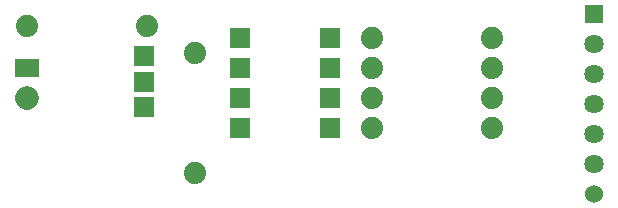
<source format=gbl>
G04 ---------------------------- Layer name :BOTTOM LAYER*
G04 easyEDA 0.1*
G04 Scale: 100 percent, Rotated: No, Reflected: No *
G04 Dimensions in inches *
G04 leading zeros omitted , absolute positions ,2 integer and 4 * 
%FSLAX24Y24*%
%MOIN*%
G90*
G70D02*

%ADD11R,0.068000X0.068000*%
%ADD12C,0.074000*%
%ADD14R,0.066000X0.066000*%
%ADD15R,0.080000X0.060000*%
%ADD16R,0.064300X0.064300*%
%ADD17C,0.064300*%
%ADD19C,0.060000*%
%ADD21C,0.080000*%

%LPD*%
%LNVIA PAD TRACK COPPERAREA*%
G54D11*
G01X9300Y14900D03*
G01X9300Y13900D03*
G01X9300Y12900D03*
G01X9300Y11900D03*
G01X12300Y11900D03*
G01X12300Y12900D03*
G01X12300Y13900D03*
G01X12300Y14900D03*
G54D12*
G01X13700Y13900D03*
G01X17700Y13900D03*
G01X13700Y12900D03*
G01X17700Y12900D03*
G01X13700Y11900D03*
G01X17700Y11900D03*
G54D14*
G01X6100Y12600D03*
G01X6100Y13450D03*
G01X6100Y14300D03*
G54D15*
G01X2200Y13900D03*
G54D12*
G01X2200Y15300D03*
G01X6200Y15300D03*
G01X7800Y10400D03*
G01X7800Y14400D03*
G01X13700Y14900D03*
G01X17700Y14900D03*
G54D16*
G01X21100Y15700D03*
G54D17*
G01X21100Y14700D03*
G01X21100Y13700D03*
G01X21100Y12700D03*
G01X21100Y11700D03*
G01X21100Y10700D03*
G54D19*
G01X21100Y9700D03*
G54D11*
G01X9300Y14900D03*
G01X9300Y13900D03*
G01X9300Y12900D03*
G01X9300Y11900D03*
G01X12300Y11900D03*
G01X12300Y12900D03*
G01X12300Y13900D03*
G01X12300Y14900D03*
G54D12*
G01X13700Y13900D03*
G01X17700Y13900D03*
G01X13700Y12900D03*
G01X17700Y12900D03*
G01X13700Y11900D03*
G01X17700Y11900D03*
G54D14*
G01X6100Y12600D03*
G01X6100Y13450D03*
G01X6100Y14300D03*
G54D15*
G01X2200Y13900D03*
G54D12*
G01X2200Y15300D03*
G01X6200Y15300D03*
G01X7800Y10400D03*
G01X7800Y14400D03*
G01X13700Y14900D03*
G01X17700Y14900D03*
G54D16*
G01X21100Y15700D03*
G54D17*
G01X21100Y14700D03*
G01X21100Y13700D03*
G01X21100Y12700D03*
G01X21100Y11700D03*
G01X21100Y10700D03*
G54D19*
G01X21100Y9700D03*
G54D21*
G01X2200Y12900D02*
G01X2200Y12900D01*

M00*
M02*
</source>
